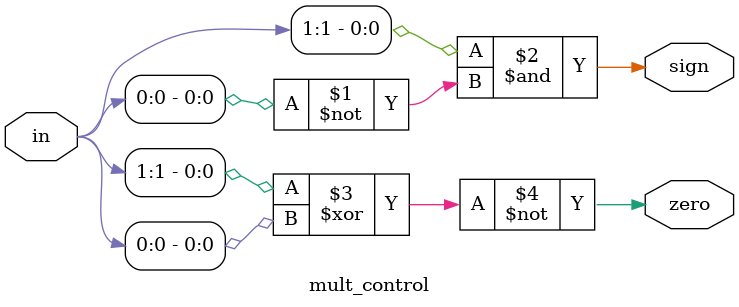
<source format=v>
module mult_control(in, sign, zero);

	input [1:0] in;
	output sign, zero;	
	
	and and1(sign, in[1], ~in[0]);
	
	xnor xnor1(zero, in[1], in[0]);
	
endmodule
</source>
